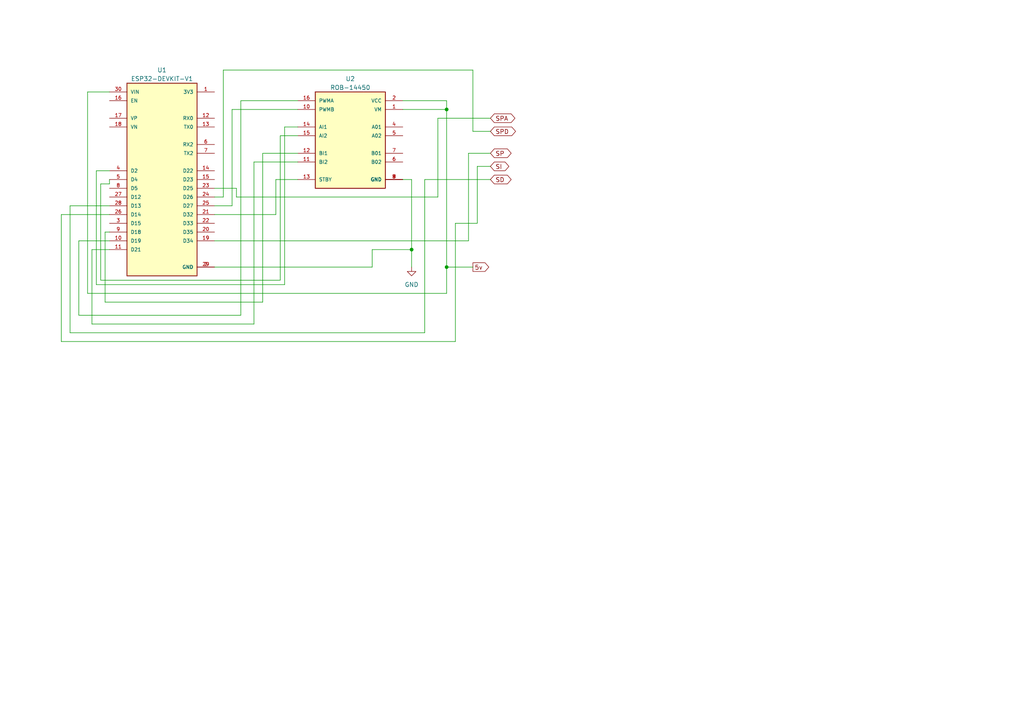
<source format=kicad_sch>
(kicad_sch (version 20230121) (generator eeschema)

  (uuid 3e888b17-9d74-49c2-a306-27cedc4a5c1d)

  (paper "A4")

  (title_block
    (title "Mini Sumo")
    (date "2023-05-30")
    (company "Universidad Politecnica Salesiana")
  )

  (lib_symbols
    (symbol "ESP32-DEVKIT-V1:ESP32-DEVKIT-V1" (pin_names (offset 1.016)) (in_bom yes) (on_board yes)
      (property "Reference" "U" (at -10.16 30.48 0)
        (effects (font (size 1.27 1.27)) (justify left top))
      )
      (property "Value" "ESP32-DEVKIT-V1" (at -10.16 -30.48 0)
        (effects (font (size 1.27 1.27)) (justify left bottom))
      )
      (property "Footprint" "MODULE_ESP32_DEVKIT_V1" (at 0 0 0)
        (effects (font (size 1.27 1.27)) (justify bottom) hide)
      )
      (property "Datasheet" "" (at 0 0 0)
        (effects (font (size 1.27 1.27)) hide)
      )
      (property "PARTREV" "N/A" (at 0 0 0)
        (effects (font (size 1.27 1.27)) (justify bottom) hide)
      )
      (property "STANDARD" "Manufacturer Recommendations" (at 0 0 0)
        (effects (font (size 1.27 1.27)) (justify bottom) hide)
      )
      (property "MAXIMUM_PACKAGE_HEIGHT" "6.8 mm" (at 0 0 0)
        (effects (font (size 1.27 1.27)) (justify bottom) hide)
      )
      (property "MANUFACTURER" "DOIT" (at 0 0 0)
        (effects (font (size 1.27 1.27)) (justify bottom) hide)
      )
      (symbol "ESP32-DEVKIT-V1_0_0"
        (rectangle (start -10.16 -27.94) (end 10.16 27.94)
          (stroke (width 0.254) (type default))
          (fill (type background))
        )
        (pin output line (at 15.24 25.4 180) (length 5.08)
          (name "3V3" (effects (font (size 1.016 1.016))))
          (number "1" (effects (font (size 1.016 1.016))))
        )
        (pin bidirectional line (at -15.24 -17.78 0) (length 5.08)
          (name "D19" (effects (font (size 1.016 1.016))))
          (number "10" (effects (font (size 1.016 1.016))))
        )
        (pin bidirectional line (at -15.24 -20.32 0) (length 5.08)
          (name "D21" (effects (font (size 1.016 1.016))))
          (number "11" (effects (font (size 1.016 1.016))))
        )
        (pin input line (at 15.24 17.78 180) (length 5.08)
          (name "RX0" (effects (font (size 1.016 1.016))))
          (number "12" (effects (font (size 1.016 1.016))))
        )
        (pin output line (at 15.24 15.24 180) (length 5.08)
          (name "TX0" (effects (font (size 1.016 1.016))))
          (number "13" (effects (font (size 1.016 1.016))))
        )
        (pin bidirectional line (at 15.24 2.54 180) (length 5.08)
          (name "D22" (effects (font (size 1.016 1.016))))
          (number "14" (effects (font (size 1.016 1.016))))
        )
        (pin bidirectional line (at 15.24 0 180) (length 5.08)
          (name "D23" (effects (font (size 1.016 1.016))))
          (number "15" (effects (font (size 1.016 1.016))))
        )
        (pin input line (at -15.24 22.86 0) (length 5.08)
          (name "EN" (effects (font (size 1.016 1.016))))
          (number "16" (effects (font (size 1.016 1.016))))
        )
        (pin bidirectional line (at -15.24 17.78 0) (length 5.08)
          (name "VP" (effects (font (size 1.016 1.016))))
          (number "17" (effects (font (size 1.016 1.016))))
        )
        (pin bidirectional line (at -15.24 15.24 0) (length 5.08)
          (name "VN" (effects (font (size 1.016 1.016))))
          (number "18" (effects (font (size 1.016 1.016))))
        )
        (pin bidirectional line (at 15.24 -17.78 180) (length 5.08)
          (name "D34" (effects (font (size 1.016 1.016))))
          (number "19" (effects (font (size 1.016 1.016))))
        )
        (pin power_in line (at 15.24 -25.4 180) (length 5.08)
          (name "GND" (effects (font (size 1.016 1.016))))
          (number "2" (effects (font (size 1.016 1.016))))
        )
        (pin bidirectional line (at 15.24 -15.24 180) (length 5.08)
          (name "D35" (effects (font (size 1.016 1.016))))
          (number "20" (effects (font (size 1.016 1.016))))
        )
        (pin bidirectional line (at 15.24 -10.16 180) (length 5.08)
          (name "D32" (effects (font (size 1.016 1.016))))
          (number "21" (effects (font (size 1.016 1.016))))
        )
        (pin bidirectional line (at 15.24 -12.7 180) (length 5.08)
          (name "D33" (effects (font (size 1.016 1.016))))
          (number "22" (effects (font (size 1.016 1.016))))
        )
        (pin bidirectional line (at 15.24 -2.54 180) (length 5.08)
          (name "D25" (effects (font (size 1.016 1.016))))
          (number "23" (effects (font (size 1.016 1.016))))
        )
        (pin bidirectional line (at 15.24 -5.08 180) (length 5.08)
          (name "D26" (effects (font (size 1.016 1.016))))
          (number "24" (effects (font (size 1.016 1.016))))
        )
        (pin bidirectional line (at 15.24 -7.62 180) (length 5.08)
          (name "D27" (effects (font (size 1.016 1.016))))
          (number "25" (effects (font (size 1.016 1.016))))
        )
        (pin bidirectional line (at -15.24 -10.16 0) (length 5.08)
          (name "D14" (effects (font (size 1.016 1.016))))
          (number "26" (effects (font (size 1.016 1.016))))
        )
        (pin bidirectional line (at -15.24 -5.08 0) (length 5.08)
          (name "D12" (effects (font (size 1.016 1.016))))
          (number "27" (effects (font (size 1.016 1.016))))
        )
        (pin bidirectional line (at -15.24 -7.62 0) (length 5.08)
          (name "D13" (effects (font (size 1.016 1.016))))
          (number "28" (effects (font (size 1.016 1.016))))
        )
        (pin power_in line (at 15.24 -25.4 180) (length 5.08)
          (name "GND" (effects (font (size 1.016 1.016))))
          (number "29" (effects (font (size 1.016 1.016))))
        )
        (pin bidirectional line (at -15.24 -12.7 0) (length 5.08)
          (name "D15" (effects (font (size 1.016 1.016))))
          (number "3" (effects (font (size 1.016 1.016))))
        )
        (pin input line (at -15.24 25.4 0) (length 5.08)
          (name "VIN" (effects (font (size 1.016 1.016))))
          (number "30" (effects (font (size 1.016 1.016))))
        )
        (pin bidirectional line (at -15.24 2.54 0) (length 5.08)
          (name "D2" (effects (font (size 1.016 1.016))))
          (number "4" (effects (font (size 1.016 1.016))))
        )
        (pin bidirectional line (at -15.24 0 0) (length 5.08)
          (name "D4" (effects (font (size 1.016 1.016))))
          (number "5" (effects (font (size 1.016 1.016))))
        )
        (pin input line (at 15.24 10.16 180) (length 5.08)
          (name "RX2" (effects (font (size 1.016 1.016))))
          (number "6" (effects (font (size 1.016 1.016))))
        )
        (pin output line (at 15.24 7.62 180) (length 5.08)
          (name "TX2" (effects (font (size 1.016 1.016))))
          (number "7" (effects (font (size 1.016 1.016))))
        )
        (pin bidirectional line (at -15.24 -2.54 0) (length 5.08)
          (name "D5" (effects (font (size 1.016 1.016))))
          (number "8" (effects (font (size 1.016 1.016))))
        )
        (pin bidirectional line (at -15.24 -15.24 0) (length 5.08)
          (name "D18" (effects (font (size 1.016 1.016))))
          (number "9" (effects (font (size 1.016 1.016))))
        )
      )
    )
    (symbol "ESP32-DEVKIT-V1:ROB-14450" (pin_names (offset 1.016)) (in_bom yes) (on_board yes)
      (property "Reference" "U" (at -10.16 16.002 0)
        (effects (font (size 1.27 1.27)) (justify left bottom))
      )
      (property "Value" "ROB-14450" (at -10.16 -15.24 0)
        (effects (font (size 1.27 1.27)) (justify left bottom))
      )
      (property "Footprint" "MODULE_ROB-14450" (at 0 0 0)
        (effects (font (size 1.27 1.27)) (justify bottom) hide)
      )
      (property "Datasheet" "" (at 0 0 0)
        (effects (font (size 1.27 1.27)) hide)
      )
      (property "PARTREV" "11-13-17" (at 0 0 0)
        (effects (font (size 1.27 1.27)) (justify bottom) hide)
      )
      (property "MANUFACTURER" "Sparkfun Electronics" (at 0 0 0)
        (effects (font (size 1.27 1.27)) (justify bottom) hide)
      )
      (property "STANDARD" "Manufacturer Recommendation" (at 0 0 0)
        (effects (font (size 1.27 1.27)) (justify bottom) hide)
      )
      (symbol "ROB-14450_0_0"
        (rectangle (start -10.16 -12.7) (end 10.16 15.24)
          (stroke (width 0.254) (type default))
          (fill (type background))
        )
        (pin power_in line (at 15.24 10.16 180) (length 5.08)
          (name "VM" (effects (font (size 1.016 1.016))))
          (number "1" (effects (font (size 1.016 1.016))))
        )
        (pin input line (at -15.24 10.16 0) (length 5.08)
          (name "PWMB" (effects (font (size 1.016 1.016))))
          (number "10" (effects (font (size 1.016 1.016))))
        )
        (pin input line (at -15.24 -5.08 0) (length 5.08)
          (name "BI2" (effects (font (size 1.016 1.016))))
          (number "11" (effects (font (size 1.016 1.016))))
        )
        (pin input line (at -15.24 -2.54 0) (length 5.08)
          (name "BI1" (effects (font (size 1.016 1.016))))
          (number "12" (effects (font (size 1.016 1.016))))
        )
        (pin input line (at -15.24 -10.16 0) (length 5.08)
          (name "STBY" (effects (font (size 1.016 1.016))))
          (number "13" (effects (font (size 1.016 1.016))))
        )
        (pin input line (at -15.24 5.08 0) (length 5.08)
          (name "AI1" (effects (font (size 1.016 1.016))))
          (number "14" (effects (font (size 1.016 1.016))))
        )
        (pin input line (at -15.24 2.54 0) (length 5.08)
          (name "AI2" (effects (font (size 1.016 1.016))))
          (number "15" (effects (font (size 1.016 1.016))))
        )
        (pin input line (at -15.24 12.7 0) (length 5.08)
          (name "PWMA" (effects (font (size 1.016 1.016))))
          (number "16" (effects (font (size 1.016 1.016))))
        )
        (pin power_in line (at 15.24 12.7 180) (length 5.08)
          (name "VCC" (effects (font (size 1.016 1.016))))
          (number "2" (effects (font (size 1.016 1.016))))
        )
        (pin power_in line (at 15.24 -10.16 180) (length 5.08)
          (name "GND" (effects (font (size 1.016 1.016))))
          (number "3" (effects (font (size 1.016 1.016))))
        )
        (pin output line (at 15.24 5.08 180) (length 5.08)
          (name "A01" (effects (font (size 1.016 1.016))))
          (number "4" (effects (font (size 1.016 1.016))))
        )
        (pin output line (at 15.24 2.54 180) (length 5.08)
          (name "A02" (effects (font (size 1.016 1.016))))
          (number "5" (effects (font (size 1.016 1.016))))
        )
        (pin output line (at 15.24 -5.08 180) (length 5.08)
          (name "B02" (effects (font (size 1.016 1.016))))
          (number "6" (effects (font (size 1.016 1.016))))
        )
        (pin output line (at 15.24 -2.54 180) (length 5.08)
          (name "B01" (effects (font (size 1.016 1.016))))
          (number "7" (effects (font (size 1.016 1.016))))
        )
        (pin power_in line (at 15.24 -10.16 180) (length 5.08)
          (name "GND" (effects (font (size 1.016 1.016))))
          (number "8" (effects (font (size 1.016 1.016))))
        )
        (pin power_in line (at 15.24 -10.16 180) (length 5.08)
          (name "GND" (effects (font (size 1.016 1.016))))
          (number "9" (effects (font (size 1.016 1.016))))
        )
      )
    )
    (symbol "power:GND" (power) (pin_names (offset 0)) (in_bom yes) (on_board yes)
      (property "Reference" "#PWR" (at 0 -6.35 0)
        (effects (font (size 1.27 1.27)) hide)
      )
      (property "Value" "GND" (at 0 -3.81 0)
        (effects (font (size 1.27 1.27)))
      )
      (property "Footprint" "" (at 0 0 0)
        (effects (font (size 1.27 1.27)) hide)
      )
      (property "Datasheet" "" (at 0 0 0)
        (effects (font (size 1.27 1.27)) hide)
      )
      (property "ki_keywords" "global power" (at 0 0 0)
        (effects (font (size 1.27 1.27)) hide)
      )
      (property "ki_description" "Power symbol creates a global label with name \"GND\" , ground" (at 0 0 0)
        (effects (font (size 1.27 1.27)) hide)
      )
      (symbol "GND_0_1"
        (polyline
          (pts
            (xy 0 0)
            (xy 0 -1.27)
            (xy 1.27 -1.27)
            (xy 0 -2.54)
            (xy -1.27 -1.27)
            (xy 0 -1.27)
          )
          (stroke (width 0) (type default))
          (fill (type none))
        )
      )
      (symbol "GND_1_1"
        (pin power_in line (at 0 0 270) (length 0) hide
          (name "GND" (effects (font (size 1.27 1.27))))
          (number "1" (effects (font (size 1.27 1.27))))
        )
      )
    )
  )

  (junction (at 129.54 77.47) (diameter 0) (color 0 0 0 0)
    (uuid 3fe79405-004e-4554-b6f4-81b0831f83b5)
  )
  (junction (at 129.54 31.75) (diameter 0) (color 0 0 0 0)
    (uuid b185b419-8515-4a03-a68b-d36f235a9be4)
  )
  (junction (at 119.38 72.39) (diameter 0) (color 0 0 0 0)
    (uuid d2fb6796-1a36-4e8c-a9be-fd4a278a33c3)
  )

  (wire (pts (xy 82.55 36.83) (xy 86.36 36.83))
    (stroke (width 0) (type default))
    (uuid 00bbe7ea-8a65-42dd-bbae-a5cdb4467d23)
  )
  (wire (pts (xy 73.66 46.99) (xy 73.66 93.98))
    (stroke (width 0) (type default))
    (uuid 01a47468-0238-4df2-931d-8dd1d52dc46c)
  )
  (wire (pts (xy 137.16 38.1) (xy 142.24 38.1))
    (stroke (width 0) (type default))
    (uuid 026df49e-69f7-4f43-ad16-e37374b002cc)
  )
  (wire (pts (xy 27.94 49.53) (xy 27.94 82.55))
    (stroke (width 0) (type default))
    (uuid 05192c8c-111b-4671-9829-b7a614457025)
  )
  (wire (pts (xy 30.48 87.63) (xy 76.2 87.63))
    (stroke (width 0) (type default))
    (uuid 083862d0-86a7-405f-9676-353bf226f8ea)
  )
  (wire (pts (xy 20.32 96.52) (xy 20.32 59.69))
    (stroke (width 0) (type default))
    (uuid 096abb1e-2fe7-4be5-b09d-4eac0ba24eea)
  )
  (wire (pts (xy 137.16 20.32) (xy 137.16 38.1))
    (stroke (width 0) (type default))
    (uuid 1268e692-52e2-49b3-922d-089230b303c1)
  )
  (wire (pts (xy 142.24 34.29) (xy 127 34.29))
    (stroke (width 0) (type default))
    (uuid 173d3ebf-cfc4-48d4-905e-94ba0be90409)
  )
  (wire (pts (xy 22.86 91.44) (xy 69.85 91.44))
    (stroke (width 0) (type default))
    (uuid 179cb672-32e6-4faf-8733-a2bcf126623e)
  )
  (wire (pts (xy 62.23 62.23) (xy 80.01 62.23))
    (stroke (width 0) (type default))
    (uuid 18c83475-5680-4462-acd5-1b630aecaf16)
  )
  (wire (pts (xy 107.95 72.39) (xy 119.38 72.39))
    (stroke (width 0) (type default))
    (uuid 1b7fcc18-2783-4a62-b47f-c47ed1d80696)
  )
  (wire (pts (xy 31.75 52.07) (xy 31.75 53.34))
    (stroke (width 0) (type default))
    (uuid 230421b8-4303-419f-b22e-3e91a877d8fc)
  )
  (wire (pts (xy 68.58 54.61) (xy 62.23 54.61))
    (stroke (width 0) (type default))
    (uuid 231a41f0-0202-4194-afab-99b39274b5b5)
  )
  (wire (pts (xy 138.43 64.77) (xy 132.08 64.77))
    (stroke (width 0) (type default))
    (uuid 268e0e8b-5a76-4398-b59a-3d30abbb91fb)
  )
  (wire (pts (xy 68.58 57.15) (xy 68.58 54.61))
    (stroke (width 0) (type default))
    (uuid 282f6e88-3ddc-4058-9a71-e3164d7515f8)
  )
  (wire (pts (xy 116.84 31.75) (xy 129.54 31.75))
    (stroke (width 0) (type default))
    (uuid 2adf53b9-7b20-474d-9692-40bee55c0d03)
  )
  (wire (pts (xy 26.67 72.39) (xy 31.75 72.39))
    (stroke (width 0) (type default))
    (uuid 2b2c33ae-092a-494f-ad52-a83ab4def899)
  )
  (wire (pts (xy 80.01 62.23) (xy 80.01 52.07))
    (stroke (width 0) (type default))
    (uuid 2b7c4b7c-f244-4601-975a-5131a3ca4b02)
  )
  (wire (pts (xy 26.67 93.98) (xy 26.67 72.39))
    (stroke (width 0) (type default))
    (uuid 33bbf437-6b16-48ad-8d8f-2468c307b444)
  )
  (wire (pts (xy 119.38 72.39) (xy 119.38 52.07))
    (stroke (width 0) (type default))
    (uuid 33ffd304-0c1f-4ad4-9fa1-96ae6fc55da8)
  )
  (wire (pts (xy 31.75 49.53) (xy 27.94 49.53))
    (stroke (width 0) (type default))
    (uuid 371be872-5d75-4df1-ad1f-a7e0bd3fbe1c)
  )
  (wire (pts (xy 82.55 82.55) (xy 82.55 36.83))
    (stroke (width 0) (type default))
    (uuid 3815c891-7ef7-4fde-9344-0d72c70cade7)
  )
  (wire (pts (xy 29.21 53.34) (xy 29.21 81.28))
    (stroke (width 0) (type default))
    (uuid 38d42c8e-3f83-428c-9029-b2993bcedaaa)
  )
  (wire (pts (xy 69.85 29.21) (xy 86.36 29.21))
    (stroke (width 0) (type default))
    (uuid 3c2be982-9d3c-4bdc-930d-a76523925284)
  )
  (wire (pts (xy 25.4 26.67) (xy 31.75 26.67))
    (stroke (width 0) (type default))
    (uuid 42f891b3-2b56-42ae-aa93-67ff224b8766)
  )
  (wire (pts (xy 64.77 20.32) (xy 137.16 20.32))
    (stroke (width 0) (type default))
    (uuid 43ac3a32-c883-4d14-8d70-aad8b7b9e7ce)
  )
  (wire (pts (xy 73.66 46.99) (xy 86.36 46.99))
    (stroke (width 0) (type default))
    (uuid 441d9ec7-8ca8-4259-81f5-caec9b3f1b3a)
  )
  (wire (pts (xy 129.54 77.47) (xy 129.54 85.09))
    (stroke (width 0) (type default))
    (uuid 461abfc4-ae8c-42dc-8ff1-b20f9de4ea56)
  )
  (wire (pts (xy 132.08 99.06) (xy 17.78 99.06))
    (stroke (width 0) (type default))
    (uuid 472ed730-9cf8-4896-846f-5d7c2399fde8)
  )
  (wire (pts (xy 135.89 44.45) (xy 135.89 69.85))
    (stroke (width 0) (type default))
    (uuid 4f0db162-45c4-43c6-9e04-b8d78484f27b)
  )
  (wire (pts (xy 142.24 48.26) (xy 138.43 48.26))
    (stroke (width 0) (type default))
    (uuid 54b01a28-e5c1-48c8-be2d-03154e05177b)
  )
  (wire (pts (xy 30.48 67.31) (xy 31.75 67.31))
    (stroke (width 0) (type default))
    (uuid 55a38309-c18e-4665-8a95-7d7f1dba8186)
  )
  (wire (pts (xy 76.2 87.63) (xy 76.2 44.45))
    (stroke (width 0) (type default))
    (uuid 5a443662-d779-402e-bdd2-b71170ebe9d5)
  )
  (wire (pts (xy 129.54 31.75) (xy 129.54 77.47))
    (stroke (width 0) (type default))
    (uuid 5bad159f-2181-4487-8144-e5befc0e0c3d)
  )
  (wire (pts (xy 62.23 57.15) (xy 64.77 57.15))
    (stroke (width 0) (type default))
    (uuid 6cd60afa-fa92-4ef0-9171-a62a4fb71724)
  )
  (wire (pts (xy 29.21 81.28) (xy 81.28 81.28))
    (stroke (width 0) (type default))
    (uuid 71e756d8-1395-46c1-8757-1cb14b95c0cb)
  )
  (wire (pts (xy 137.16 77.47) (xy 129.54 77.47))
    (stroke (width 0) (type default))
    (uuid 71f31531-bc2b-4445-ac5f-90ce73353a9e)
  )
  (wire (pts (xy 25.4 85.09) (xy 25.4 26.67))
    (stroke (width 0) (type default))
    (uuid 78c2b8e6-7ee5-4085-8e39-9ced6f6d42b0)
  )
  (wire (pts (xy 22.86 69.85) (xy 31.75 69.85))
    (stroke (width 0) (type default))
    (uuid 7ae0808d-a2d5-403a-a99f-020a0d9cfc1d)
  )
  (wire (pts (xy 138.43 48.26) (xy 138.43 64.77))
    (stroke (width 0) (type default))
    (uuid 7fe13305-b991-4df4-a3aa-e8897a06b71d)
  )
  (wire (pts (xy 132.08 64.77) (xy 132.08 99.06))
    (stroke (width 0) (type default))
    (uuid 80571746-70c1-4138-aec4-4e0aa68995b0)
  )
  (wire (pts (xy 30.48 87.63) (xy 30.48 67.31))
    (stroke (width 0) (type default))
    (uuid 8328fc96-ae03-4af6-926f-6f01252a5a0e)
  )
  (wire (pts (xy 64.77 57.15) (xy 64.77 20.32))
    (stroke (width 0) (type default))
    (uuid 8524e2a2-a77b-45b2-abf0-f40878b7479b)
  )
  (wire (pts (xy 119.38 77.47) (xy 119.38 72.39))
    (stroke (width 0) (type default))
    (uuid 85971f1a-fc57-4d2f-9fbc-6b366798d35a)
  )
  (wire (pts (xy 62.23 77.47) (xy 107.95 77.47))
    (stroke (width 0) (type default))
    (uuid 8c8f9d2f-9c3b-4049-a1d3-e9496be41655)
  )
  (wire (pts (xy 62.23 59.69) (xy 67.31 59.69))
    (stroke (width 0) (type default))
    (uuid 91d87389-d774-41bb-91f0-308244f3286c)
  )
  (wire (pts (xy 17.78 99.06) (xy 17.78 62.23))
    (stroke (width 0) (type default))
    (uuid 92016229-eb60-4079-98c8-1d4adf974cf9)
  )
  (wire (pts (xy 76.2 44.45) (xy 86.36 44.45))
    (stroke (width 0) (type default))
    (uuid 99fe3b8b-8b9a-4326-a098-129298df84d8)
  )
  (wire (pts (xy 17.78 62.23) (xy 31.75 62.23))
    (stroke (width 0) (type default))
    (uuid 9b4207a9-ff50-4b17-99c3-bd4779088f41)
  )
  (wire (pts (xy 22.86 69.85) (xy 22.86 91.44))
    (stroke (width 0) (type default))
    (uuid 9ef6a48d-130e-42db-94e0-ed2c6cfd07d2)
  )
  (wire (pts (xy 80.01 52.07) (xy 86.36 52.07))
    (stroke (width 0) (type default))
    (uuid a66235d4-5e19-4711-8da4-9774e0c391ff)
  )
  (wire (pts (xy 31.75 53.34) (xy 29.21 53.34))
    (stroke (width 0) (type default))
    (uuid b5d52a11-8095-4aed-98ba-51c69273c414)
  )
  (wire (pts (xy 127 34.29) (xy 127 57.15))
    (stroke (width 0) (type default))
    (uuid bb4a0a72-ea00-4af5-b961-047fb5caa2c8)
  )
  (wire (pts (xy 129.54 85.09) (xy 25.4 85.09))
    (stroke (width 0) (type default))
    (uuid be79f90a-08e6-459e-b698-5a5e162d9b1b)
  )
  (wire (pts (xy 119.38 52.07) (xy 116.84 52.07))
    (stroke (width 0) (type default))
    (uuid bf921761-e9f2-4148-b776-2528290a1fd2)
  )
  (wire (pts (xy 20.32 59.69) (xy 31.75 59.69))
    (stroke (width 0) (type default))
    (uuid c2948b0c-17fb-4008-be08-9e1c2b37dd55)
  )
  (wire (pts (xy 81.28 81.28) (xy 81.28 39.37))
    (stroke (width 0) (type default))
    (uuid c863779a-8d5c-4e24-b76b-64ca43bc271d)
  )
  (wire (pts (xy 73.66 93.98) (xy 26.67 93.98))
    (stroke (width 0) (type default))
    (uuid ca869317-0115-4c52-87a9-bc9bef735588)
  )
  (wire (pts (xy 129.54 29.21) (xy 129.54 31.75))
    (stroke (width 0) (type default))
    (uuid cd657523-bcf5-4b29-86e2-56462a1e45f0)
  )
  (wire (pts (xy 67.31 59.69) (xy 67.31 31.75))
    (stroke (width 0) (type default))
    (uuid d3995ef9-798d-4ab1-9ae7-cff7d41fba2e)
  )
  (wire (pts (xy 135.89 69.85) (xy 62.23 69.85))
    (stroke (width 0) (type default))
    (uuid d947a83c-9606-482c-ac48-450882af84e9)
  )
  (wire (pts (xy 142.24 44.45) (xy 135.89 44.45))
    (stroke (width 0) (type default))
    (uuid dbeda5f7-17b5-4ed6-a8f8-8f12429a3783)
  )
  (wire (pts (xy 116.84 29.21) (xy 129.54 29.21))
    (stroke (width 0) (type default))
    (uuid dc9a88e5-ca4d-46fe-80fc-f1a322606145)
  )
  (wire (pts (xy 27.94 82.55) (xy 82.55 82.55))
    (stroke (width 0) (type default))
    (uuid e0a1d148-e2bf-4abf-a4c1-177b9a265912)
  )
  (wire (pts (xy 127 57.15) (xy 68.58 57.15))
    (stroke (width 0) (type default))
    (uuid e23331a7-ef06-4e0a-a294-d370b3990a4a)
  )
  (wire (pts (xy 123.19 52.07) (xy 123.19 96.52))
    (stroke (width 0) (type default))
    (uuid e4b19f6b-a12f-4537-a29d-f26c8f19633e)
  )
  (wire (pts (xy 142.24 52.07) (xy 123.19 52.07))
    (stroke (width 0) (type default))
    (uuid e7b567be-4ca2-47b8-904f-5a1dcfba0c73)
  )
  (wire (pts (xy 69.85 91.44) (xy 69.85 29.21))
    (stroke (width 0) (type default))
    (uuid f63f5eca-f3b8-46f6-8dc4-ec58c67ae949)
  )
  (wire (pts (xy 67.31 31.75) (xy 86.36 31.75))
    (stroke (width 0) (type default))
    (uuid f7b73e1f-d1a7-4d07-9e96-02f4be387297)
  )
  (wire (pts (xy 123.19 96.52) (xy 20.32 96.52))
    (stroke (width 0) (type default))
    (uuid faa2fddc-0e41-4a86-a830-688f55ae9fa2)
  )
  (wire (pts (xy 81.28 39.37) (xy 86.36 39.37))
    (stroke (width 0) (type default))
    (uuid fd2aa25f-bba5-4ede-8415-66b059b9b13e)
  )
  (wire (pts (xy 107.95 77.47) (xy 107.95 72.39))
    (stroke (width 0) (type default))
    (uuid fd5544e9-2d08-4f61-a024-9cb65cef3d39)
  )

  (global_label "SI" (shape bidirectional) (at 142.24 48.26 0) (fields_autoplaced)
    (effects (font (size 1.27 1.27)) (justify left))
    (uuid 42d42695-f1d6-4b39-9643-31707226904a)
    (property "Intersheetrefs" "${INTERSHEET_REFS}" (at 148.0714 48.26 0)
      (effects (font (size 1.27 1.27)) (justify left) hide)
    )
  )
  (global_label "SD" (shape bidirectional) (at 142.24 52.07 0) (fields_autoplaced)
    (effects (font (size 1.27 1.27)) (justify left))
    (uuid 4e9bc939-f62a-40a1-b401-d7988c20fedb)
    (property "Intersheetrefs" "${INTERSHEET_REFS}" (at 148.7366 52.07 0)
      (effects (font (size 1.27 1.27)) (justify left) hide)
    )
  )
  (global_label "SPD" (shape bidirectional) (at 142.24 38.1 0) (fields_autoplaced)
    (effects (font (size 1.27 1.27)) (justify left))
    (uuid 6ff8b288-73f7-4807-a9d3-425ed064a132)
    (property "Intersheetrefs" "${INTERSHEET_REFS}" (at 150.0066 38.1 0)
      (effects (font (size 1.27 1.27)) (justify left) hide)
    )
  )
  (global_label "SP" (shape bidirectional) (at 142.24 44.45 0) (fields_autoplaced)
    (effects (font (size 1.27 1.27)) (justify left))
    (uuid 81999d6a-2241-44a4-8ed8-6a6d4b6b2823)
    (property "Intersheetrefs" "${INTERSHEET_REFS}" (at 148.7366 44.45 0)
      (effects (font (size 1.27 1.27)) (justify left) hide)
    )
  )
  (global_label "SPA" (shape bidirectional) (at 142.24 34.29 0) (fields_autoplaced)
    (effects (font (size 1.27 1.27)) (justify left))
    (uuid d2e795b1-0556-40ca-9b24-e9d398d90eb8)
    (property "Intersheetrefs" "${INTERSHEET_REFS}" (at 149.8252 34.29 0)
      (effects (font (size 1.27 1.27)) (justify left) hide)
    )
  )
  (global_label "5v" (shape output) (at 137.16 77.47 0) (fields_autoplaced)
    (effects (font (size 1.27 1.27)) (justify left))
    (uuid f1eb9298-db83-42e1-8776-9e6e27be3998)
    (property "Intersheetrefs" "${INTERSHEET_REFS}" (at 142.2429 77.47 0)
      (effects (font (size 1.27 1.27)) (justify left) hide)
    )
  )

  (symbol (lib_id "ESP32-DEVKIT-V1:ROB-14450") (at 101.6 41.91 0) (unit 1)
    (in_bom yes) (on_board yes) (dnp no) (fields_autoplaced)
    (uuid 083d7a12-7e2b-4862-83bb-78d68dbde7d1)
    (property "Reference" "U2" (at 101.6 22.86 0)
      (effects (font (size 1.27 1.27)))
    )
    (property "Value" "ROB-14450" (at 101.6 25.4 0)
      (effects (font (size 1.27 1.27)))
    )
    (property "Footprint" "MODULE_ROB-14450" (at 101.6 41.91 0)
      (effects (font (size 1.27 1.27)) (justify bottom) hide)
    )
    (property "Datasheet" "" (at 101.6 41.91 0)
      (effects (font (size 1.27 1.27)) hide)
    )
    (property "PARTREV" "11-13-17" (at 101.6 41.91 0)
      (effects (font (size 1.27 1.27)) (justify bottom) hide)
    )
    (property "MANUFACTURER" "Sparkfun Electronics" (at 101.6 41.91 0)
      (effects (font (size 1.27 1.27)) (justify bottom) hide)
    )
    (property "STANDARD" "Manufacturer Recommendation" (at 101.6 41.91 0)
      (effects (font (size 1.27 1.27)) (justify bottom) hide)
    )
    (pin "1" (uuid 1b748e52-8591-4cd6-adc3-b9cb8ca0654b))
    (pin "10" (uuid d6c47865-ed9a-4782-89ea-3e2f2d18e8b5))
    (pin "11" (uuid 1058a092-7666-4b2a-86c8-815d1d3105c7))
    (pin "12" (uuid c8b3f9ec-b812-4acb-9c1b-9529ed933ed6))
    (pin "13" (uuid 135b497f-1d85-41fe-b0ee-09bbd4d20e4c))
    (pin "14" (uuid 57c97e99-e947-4992-8de9-0ef64dc44a9f))
    (pin "15" (uuid a2aa7967-e6d8-46da-a35f-d929c2431230))
    (pin "16" (uuid 0b1fc615-de0d-490f-a98c-427a34940a4f))
    (pin "2" (uuid c8fa5ae6-79d5-439c-9f5f-2f2275de8dd7))
    (pin "3" (uuid 1334115a-f213-4720-b016-5577c4650505))
    (pin "4" (uuid 34f71304-d9fa-4d72-9b06-70640a8df55b))
    (pin "5" (uuid 300c945c-adc7-4b06-891f-e2094f2623e5))
    (pin "6" (uuid 53ed49fa-8227-489d-89b0-7ee4fc4d5406))
    (pin "7" (uuid cc52fe3e-e551-4c75-b4e8-d5d82a16c2e8))
    (pin "8" (uuid 2e40d861-f8de-4bdf-a2ce-2f4c7f87de56))
    (pin "9" (uuid fafc1137-2257-426f-8fda-afcf4f4929bb))
    (instances
      (project "mini"
        (path "/3e888b17-9d74-49c2-a306-27cedc4a5c1d"
          (reference "U2") (unit 1)
        )
      )
    )
  )

  (symbol (lib_id "power:GND") (at 119.38 77.47 0) (unit 1)
    (in_bom yes) (on_board yes) (dnp no) (fields_autoplaced)
    (uuid 54b2b71d-05f3-452a-be5f-ec71d6ec7b7a)
    (property "Reference" "#PWR01" (at 119.38 83.82 0)
      (effects (font (size 1.27 1.27)) hide)
    )
    (property "Value" "GND" (at 119.38 82.55 0)
      (effects (font (size 1.27 1.27)))
    )
    (property "Footprint" "" (at 119.38 77.47 0)
      (effects (font (size 1.27 1.27)) hide)
    )
    (property "Datasheet" "" (at 119.38 77.47 0)
      (effects (font (size 1.27 1.27)) hide)
    )
    (pin "1" (uuid 6e73dec9-12ed-4f12-bd16-1bbe2180eed9))
    (instances
      (project "mini"
        (path "/3e888b17-9d74-49c2-a306-27cedc4a5c1d"
          (reference "#PWR01") (unit 1)
        )
      )
    )
  )

  (symbol (lib_id "ESP32-DEVKIT-V1:ESP32-DEVKIT-V1") (at 46.99 52.07 0) (unit 1)
    (in_bom yes) (on_board yes) (dnp no) (fields_autoplaced)
    (uuid 6635728d-2511-48de-b155-05d7f2cfd024)
    (property "Reference" "U1" (at 46.99 20.32 0)
      (effects (font (size 1.27 1.27)))
    )
    (property "Value" "ESP32-DEVKIT-V1" (at 46.99 22.86 0)
      (effects (font (size 1.27 1.27)))
    )
    (property "Footprint" "MODULE_ESP32_DEVKIT_V1" (at 46.99 52.07 0)
      (effects (font (size 1.27 1.27)) (justify bottom) hide)
    )
    (property "Datasheet" "" (at 46.99 52.07 0)
      (effects (font (size 1.27 1.27)) hide)
    )
    (property "PARTREV" "N/A" (at 46.99 52.07 0)
      (effects (font (size 1.27 1.27)) (justify bottom) hide)
    )
    (property "STANDARD" "Manufacturer Recommendations" (at 46.99 52.07 0)
      (effects (font (size 1.27 1.27)) (justify bottom) hide)
    )
    (property "MAXIMUM_PACKAGE_HEIGHT" "6.8 mm" (at 46.99 52.07 0)
      (effects (font (size 1.27 1.27)) (justify bottom) hide)
    )
    (property "MANUFACTURER" "DOIT" (at 46.99 52.07 0)
      (effects (font (size 1.27 1.27)) (justify bottom) hide)
    )
    (pin "1" (uuid 04eb64e1-1edb-4a6e-9622-bb39ebe151d9))
    (pin "10" (uuid 4a34c620-565c-4093-b18f-406fd3b2a687))
    (pin "11" (uuid 68b54e63-585e-4d59-acf2-7c910eeb3ec8))
    (pin "12" (uuid 5be337d6-5e84-425a-b06a-ecd31ab12d85))
    (pin "13" (uuid 1a135ba3-b545-4176-83ea-2f9a8fef694d))
    (pin "14" (uuid b35cd0b7-0514-4e9b-92f1-9475e61f462c))
    (pin "15" (uuid 3caa2804-df9f-48bf-b341-938c6f4c6c0f))
    (pin "16" (uuid 861db3e4-97d2-428d-a1c0-e405d8c8ac7d))
    (pin "17" (uuid 279eae28-e2d6-4e23-abc9-e69201d23584))
    (pin "18" (uuid 6b36d53f-2453-4bba-b957-68777fbe3139))
    (pin "19" (uuid 2b54d035-705b-4b36-a9b2-985a7a7cf798))
    (pin "2" (uuid 09baa97b-b7d1-473d-a213-8f7c786bcf2d))
    (pin "20" (uuid 7b242777-0592-43d8-8a47-84309e9d82c9))
    (pin "21" (uuid 6129e4a3-164e-4bc8-871f-d1318d8bc265))
    (pin "22" (uuid 33095b98-f613-4e49-a8b4-f463ca6d60e8))
    (pin "23" (uuid d6d1fe32-0dcb-4046-9e69-bb5d0c86a022))
    (pin "24" (uuid 2594495c-ff7f-4be7-a675-a81b4693a8af))
    (pin "25" (uuid 4199bd89-2f44-446b-8ba9-832e7148d6ba))
    (pin "26" (uuid 66679cd3-836d-4791-b21a-f857e701dbfa))
    (pin "27" (uuid d4158fef-97a6-407a-a058-0730009d7bdc))
    (pin "28" (uuid bcc527ea-0929-4468-969f-8bf4c36d63eb))
    (pin "29" (uuid 7a4c17ac-030a-4c63-a0aa-b5a77f434a4c))
    (pin "3" (uuid c6fe9164-de04-44db-b241-f705b2dcf369))
    (pin "30" (uuid b13423aa-bcc5-4598-ad1a-67ffd535b722))
    (pin "4" (uuid 64ccee5b-6b92-419d-983f-6e0269aaed8c))
    (pin "5" (uuid f475f6ac-c5ff-4ddd-9cb4-23feb35a995a))
    (pin "6" (uuid efad1dde-0903-420b-b0e5-6a77be55d8af))
    (pin "7" (uuid 1ef8a044-7f67-428a-b145-d505fd195602))
    (pin "8" (uuid 6358fd0b-6cb3-4631-b4fb-dd23efea1cc6))
    (pin "9" (uuid cf1d0856-e26d-4471-a1e4-2862aab42bd7))
    (instances
      (project "mini"
        (path "/3e888b17-9d74-49c2-a306-27cedc4a5c1d"
          (reference "U1") (unit 1)
        )
      )
    )
  )

  (sheet_instances
    (path "/" (page "1"))
  )
)

</source>
